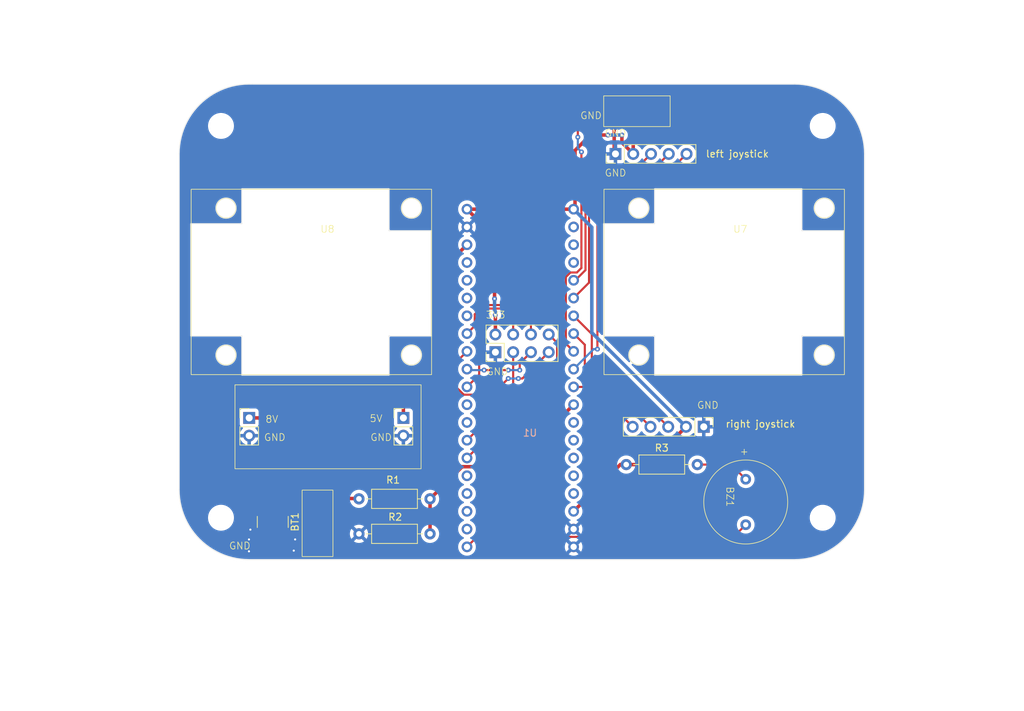
<source format=kicad_pcb>
(kicad_pcb (version 20240108) (generator "pcbnew") (generator_version "8.0")
  (layers (0 "F.Cu" signal) (31 "B.Cu" signal) (34 "B.Paste" user) (35 "F.Paste" user) (36 "B.SilkS" user "B.Silkscreen") (37 "F.SilkS" user "F.Silkscreen") (38 "B.Mask" user) (39 "F.Mask" user) (44 "Edge.Cuts" user))
  (net 0 "")
  (net 1 "GND")
  (net 2 "NSS")
  (net 4 "+3V3")
  (net 5 "Buzzer")
  (net 6 "RF_IRQ")
  (net 10 "SCK")
  (net 11 "RF_CE")
  (net 14 "ADC_5")
  (net 18 "MISO")
  (net 19 "ADC_3")
  (net 21 "ADC_BT")
  (net 22 "ADC_1")
  (net 24 "ADC_2")
  (net 28 "ADC_6")
  (net 31 "ADC_7")
  (net 32 "ADC_4")
  (net 35 "+5V")
  (net 36 "MOSI")
  (net 37 "+8V")
  (net 38 "Net-(BT1-+)")
  (net 40 "Net-(BZ1-+)")
  (footprint "MountingHole:MountingHole_3.2mm_M3" (layer "F.Cu") (at 189 70)
    (property "Reference" "H2" (hide yes))
    (property "Value" "MountingHole")
    (pad "" np_thru_hole circle (at 0 0) (size 3.2 3.2) (drill 3.2) (layers "*.Cu" "*.Mask"))
  )
  (footprint "deng:joystick_mounting" (layer "F.Cu") (at 176 92)
    (property "Reference" "U7" (at 1.22 -7.25 0) (layer "F.SilkS") (effects (font (thickness 0.1))))
    (property "Value" "left joystick mounting")
    (fp_rect (start -18.26 -12.95) (end 16.1 13.55) (stroke (width 0.1)) (fill none) (layer "F.SilkS"))
    (fp_circle (center -13.28 -10.25) (end -12.28 -9.25) (stroke (width 0.1)) (fill none) (layer "F.SilkS"))
    (fp_circle (center -13.28 10.75) (end -12.28 11.75) (stroke (width 0.1)) (fill none) (layer "F.SilkS"))
    (fp_circle (center 13.22 -10.25) (end 14.22 -9.25) (stroke (width 0.1)) (fill none) (layer "F.SilkS"))
    (fp_circle (center 13.22 10.75) (end 12.22 11.75) (stroke (width 0.1)) (fill none) (layer "F.SilkS"))
    (fp_line (start -18.3 -8) (end -18.3 8) (stroke (width 0.05)) (layer "Edge.Cuts"))
    (fp_line (start -18.3 8) (end -11 8) (stroke (width 0.05)) (layer "Edge.Cuts"))
    (fp_line (start -11 -13) (end -11 -8) (stroke (width 0.05)) (layer "Edge.Cuts"))
    (fp_line (start -11 -8) (end -18.3 -8) (stroke (width 0.05)) (layer "Edge.Cuts"))
    (fp_line (start -11 8) (end -11 13.6) (stroke (width 0.05)) (layer "Edge.Cuts"))
    (fp_line (start -11 13.6) (end 10 13.6) (stroke (width 0.05)) (layer "Edge.Cuts"))
    (fp_line (start 10 -13) (end -11 -13) (stroke (width 0.05)) (layer "Edge.Cuts"))
    (fp_line (start 10 -7) (end 10 -13) (stroke (width 0.05)) (layer "Edge.Cuts"))
    (fp_line (start 10 8) (end 16 8) (stroke (width 0.05)) (layer "Edge.Cuts"))
    (fp_line (start 10 13.6) (end 10 8) (stroke (width 0.05)) (layer "Edge.Cuts"))
    (fp_line (start 16 -7) (end 10 -7) (stroke (width 0.05)) (layer "Edge.Cuts"))
    (fp_line (start 16 8) (end 16 -7) (stroke (width 0.05)) (layer "Edge.Cuts"))
    (fp_circle (center -13.28 -10.25) (end -12.28 -9.25) (stroke (width 0.05)) (fill none) (layer "Edge.Cuts"))
    (fp_circle (center -13.28 10.75) (end -12.28 11.75) (stroke (width 0.05)) (fill none) (layer "Edge.Cuts"))
    (fp_circle (center 13.22 -10.25) (end 14.22 -9.25) (stroke (width 0.05)) (fill none) (layer "Edge.Cuts"))
    (fp_circle (center 13.22 10.75) (end 14.22 11.75) (stroke (width 0.05)) (fill none) (layer "Edge.Cuts"))
  )
  (footprint "deng:toggle_switch" (layer "F.Cu") (at 162.6 68)
    (property "Reference" "SW2" (hide yes))
    (property "Value" "toggle switch")
    (fp_rect (start -4.9 -2.3) (end 4.6 2.1) (stroke (width 0.1)) (fill none) (layer "F.SilkS"))
    (pad "1" smd roundrect (at 3.4 0 90) (size 2.286 1.524) (layers "F.Cu" "F.Paste" "F.Mask") (net 4 "+3V3"))
    (pad "2" smd roundrect (at 0 0 270) (size 2.286 1.524) (layers "F.Cu" "F.Paste" "F.Mask") (net 14 "ADC_5"))
    (pad "3" smd roundrect (at -3.4 0 90) (size 2.286 1.524) (layers "F.Cu" "F.Paste" "F.Mask") (net 1 "GND"))
  )
  (footprint "deng:joystick_mounting" (layer "F.Cu") (at 117 92)
    (property "Reference" "U8" (at 1.22 -7.25 0) (layer "F.SilkS") (effects (font (thickness 0.1))))
    (property "Value" "right joystick mounting" (hide yes))
    (fp_rect (start -18.26 -12.95) (end 16.1 13.55) (stroke (width 0.1)) (fill none) (layer "F.SilkS"))
    (fp_circle (center -13.28 -10.25) (end -12.28 -9.25) (stroke (width 0.1)) (fill none) (layer "F.SilkS"))
    (fp_circle (center -13.28 10.75) (end -12.28 11.75) (stroke (width 0.1)) (fill none) (layer "F.SilkS"))
    (fp_circle (center 13.22 -10.25) (end 14.22 -9.25) (stroke (width 0.1)) (fill none) (layer "F.SilkS"))
    (fp_circle (center 13.22 10.75) (end 12.22 11.75) (stroke (width 0.1)) (fill none) (layer "F.SilkS"))
    (fp_line (start -18.3 -8) (end -18.3 8) (stroke (width 0.05)) (layer "Edge.Cuts"))
    (fp_line (start -18.3 8) (end -11 8) (stroke (width 0.05)) (layer "Edge.Cuts"))
    (fp_line (start -11 -13) (end -11 -8) (stroke (width 0.05)) (layer "Edge.Cuts"))
    (fp_line (start -11 -8) (end -18.3 -8) (stroke (width 0.05)) (layer "Edge.Cuts"))
    (fp_line (start -11 8) (end -11 13.6) (stroke (width 0.05)) (layer "Edge.Cuts"))
    (fp_line (start -11 13.6) (end 10 13.6) (stroke (width 0.05)) (layer "Edge.Cuts"))
    (fp_line (start 10 -13) (end -11 -13) (stroke (width 0.05)) (layer "Edge.Cuts"))
    (fp_line (start 10 -7) (end 10 -13) (stroke (width 0.05)) (layer "Edge.Cuts"))
    (fp_line (start 10 8) (end 16 8) (stroke (width 0.05)) (layer "Edge.Cuts"))
    (fp_line (start 10 13.6) (end 10 8) (stroke (width 0.05)) (layer "Edge.Cuts"))
    (fp_line (start 16 -7) (end 10 -7) (stroke (width 0.05)) (layer "Edge.Cuts"))
    (fp_line (start 16 8) (end 16 -7) (stroke (width 0.05)) (layer "Edge.Cuts"))
    (fp_circle (center -13.28 -10.25) (end -12.28 -9.25) (stroke (width 0.05)) (fill none) (layer "Edge.Cuts"))
    (fp_circle (center -13.28 10.75) (end -12.28 11.75) (stroke (width 0.05)) (fill none) (layer "Edge.Cuts"))
    (fp_circle (center 13.22 -10.25) (end 14.22 -9.25) (stroke (width 0.05)) (fill none) (layer "Edge.Cuts"))
    (fp_circle (center 13.22 10.75) (end 14.22 11.75) (stroke (width 0.05)) (fill none) (layer "Edge.Cuts"))
  )
  (footprint "Resistor_THT:R_Axial_DIN0207_L6.3mm_D2.5mm_P10.16mm_Horizontal" (layer "F.Cu") (at 122.72 123.3)
    (property "Reference" "R1" (at 4.88 -2.7 0) (layer "F.SilkS"))
    (property "Value" "20K")
    (fp_line (start 1.04 0) (end 1.81 0) (stroke (width 0.12)) (layer "F.SilkS"))
    (fp_line (start 1.81 -1.37) (end 1.81 1.37) (stroke (width 0.12)) (layer "F.SilkS"))
    (fp_line (start 1.81 1.37) (end 8.35 1.37) (stroke (width 0.12)) (layer "F.SilkS"))
    (fp_line (start 8.35 -1.37) (end 1.81 -1.37) (stroke (width 0.12)) (layer "F.SilkS"))
    (fp_line (start 8.35 1.37) (end 8.35 -1.37) (stroke (width 0.12)) (layer "F.SilkS"))
    (fp_line (start 9.12 0) (end 8.35 0) (stroke (width 0.12)) (layer "F.SilkS"))
    (pad "1" thru_hole circle (at 0 0) (size 1.6 1.6) (drill 0.8) (layers "*.Cu" "*.Mask") (net 37 "+8V"))
    (pad "2" thru_hole oval (at 10.16 0) (size 1.6 1.6) (drill 0.8) (layers "*.Cu" "*.Mask") (net 21 "ADC_BT"))
  )
  (footprint "Resistor_THT:R_Axial_DIN0207_L6.3mm_D2.5mm_P10.16mm_Horizontal" (layer "F.Cu") (at 160.92 118.4)
    (property "Reference" "R3" (at 5.08 -2.37 0) (layer "F.SilkS"))
    (property "Value" "100R")
    (fp_line (start 1.04 0) (end 1.81 0) (stroke (width 0.12)) (layer "F.SilkS"))
    (fp_line (start 1.81 -1.37) (end 1.81 1.37) (stroke (width 0.12)) (layer "F.SilkS"))
    (fp_line (start 1.81 1.37) (end 8.35 1.37) (stroke (width 0.12)) (layer "F.SilkS"))
    (fp_line (start 8.35 -1.37) (end 1.81 -1.37) (stroke (width 0.12)) (layer "F.SilkS"))
    (fp_line (start 8.35 1.37) (end 8.35 -1.37) (stroke (width 0.12)) (layer "F.SilkS"))
    (fp_line (start 9.12 0) (end 8.35 0) (stroke (width 0.12)) (layer "F.SilkS"))
    (pad "1" thru_hole circle (at 0 0) (size 1.6 1.6) (drill 0.8) (layers "*.Cu" "*.Mask") (net 4 "+3V3"))
    (pad "2" thru_hole oval (at 10.16 0) (size 1.6 1.6) (drill 0.8) (layers "*.Cu" "*.Mask") (net 40 "Net-(BZ1-+)"))
  )
  (footprint "Resistor_THT:R_Axial_DIN0207_L6.3mm_D2.5mm_P10.16mm_Horizontal" (layer "F.Cu") (at 122.72 128.3)
    (property "Reference" "R2" (at 5.18 -2.4 0) (layer "F.SilkS"))
    (property "Value" "10K")
    (fp_line (start 1.04 0) (end 1.81 0) (stroke (width 0.12)) (layer "F.SilkS"))
    (fp_line (start 1.81 -1.37) (end 1.81 1.37) (stroke (width 0.12)) (layer "F.SilkS"))
    (fp_line (start 1.81 1.37) (end 8.35 1.37) (stroke (width 0.12)) (layer "F.SilkS"))
    (fp_line (start 8.35 -1.37) (end 1.81 -1.37) (stroke (width 0.12)) (layer "F.SilkS"))
    (fp_line (start 8.35 1.37) (end 8.35 -1.37) (stroke (width 0.12)) (layer "F.SilkS"))
    (fp_line (start 9.12 0) (end 8.35 0) (stroke (width 0.12)) (layer "F.SilkS"))
    (pad "1" thru_hole circle (at 0 0) (size 1.6 1.6) (drill 0.8) (layers "*.Cu" "*.Mask") (net 1 "GND"))
    (pad "2" thru_hole oval (at 10.16 0) (size 1.6 1.6) (drill 0.8) (layers "*.Cu" "*.Mask") (net 21 "ADC_BT"))
  )
  (footprint "MountingHole:MountingHole_3.2mm_M3" (layer "F.Cu") (at 103 126)
    (property "Reference" "H3" (hide yes))
    (property "Value" "MountingHole")
    (pad "" np_thru_hole circle (at 0 0) (size 3.2 3.2) (drill 3.2) (layers "*.Cu" "*.Mask"))
  )
  (footprint "deng:toggle_switch" (layer "F.Cu") (at 116.9 126.65 90)
    (property "Reference" "SW1" (hide yes))
    (property "Value" "SW_SPDT" (hide yes))
    (fp_rect (start -4.9 -2.3) (end 4.6 2.1) (stroke (width 0.1)) (fill none) (layer "F.SilkS"))
    (pad "1" smd roundrect (at 3.4 0 180) (size 2.286 1.524) (layers "F.Cu" "F.Paste" "F.Mask") (net 37 "+8V"))
    (pad "2" smd roundrect (at 0 0) (size 2.286 1.524) (layers "F.Cu" "F.Paste" "F.Mask") (net 38 "Net-(BT1-+)"))
    (pad "3" smd roundrect (at -3.4 0 180) (size 2.286 1.524) (layers "F.Cu" "F.Paste" "F.Mask"))
  )
  (footprint "MountingHole:MountingHole_3.2mm_M3" (layer "F.Cu") (at 189 126)
    (property "Reference" "H4" (hide yes))
    (property "Value" "MountingHole")
    (pad "" np_thru_hole circle (at 0 0) (size 3.2 3.2) (drill 3.2) (layers "*.Cu" "*.Mask"))
  )
  (footprint "Connector_PinHeader_2.54mm:PinHeader_1x05_P2.54mm_Vertical" (layer "F.Cu") (at 172 113 -90)
    (property "Reference" "U4" (hide yes))
    (property "Value" "right joystick" (at -0.4 -8.1 180) (layer "F.SilkS"))
    (fp_line (start -1.33 11.49) (end 1.33 11.49) (stroke (width 0.12)) (layer "F.SilkS"))
    (fp_line (start -1.33 1.27) (end -1.33 11.49) (stroke (width 0.12)) (layer "F.SilkS"))
    (fp_line (start -1.33 1.27) (end 1.33 1.27) (stroke (width 0.12)) (layer "F.SilkS"))
    (fp_line (start 1.33 1.27) (end 1.33 11.49) (stroke (width 0.12)) (layer "F.SilkS"))
    (fp_line (start -1.33 0) (end -1.33 -1.33) (stroke (width 0.12)) (layer "F.SilkS"))
    (fp_line (start -1.33 -1.33) (end 0 -1.33) (stroke (width 0.12)) (layer "F.SilkS"))
    (pad "1" thru_hole rect (at 0 0 270) (size 1.7 1.7) (drill 1) (layers "*.Cu" "*.Mask") (net 1 "GND"))
    (pad "2" thru_hole oval (at 0 2.54 270) (size 1.7 1.7) (drill 1) (layers "*.Cu" "*.Mask") (net 4 "+3V3"))
    (pad "3" thru_hole oval (at 0 5.08 270) (size 1.7 1.7) (drill 1) (layers "*.Cu" "*.Mask") (net 19 "ADC_3"))
    (pad "4" thru_hole oval (at 0 7.62 270) (size 1.7 1.7) (drill 1) (layers "*.Cu" "*.Mask") (net 32 "ADC_4"))
    (pad "5" thru_hole oval (at 0 10.16 270) (size 1.7 1.7) (drill 1) (layers "*.Cu" "*.Mask") (net 31 "ADC_7"))
  )
  (footprint "deng:ams1117_module" (layer "F.Cu") (at 118 113)
    (property "Reference" "U6" (hide yes))
    (property "Value" "ams1117 - 5V" (hide yes))
    (fp_line (start -12.3 -2.6) (end -10.97 -2.6) (stroke (width 0.12)) (layer "F.SilkS"))
    (fp_line (start -12.3 -1.27) (end -12.3 -2.6) (stroke (width 0.12)) (layer "F.SilkS"))
    (fp_line (start -12.3 0) (end -12.3 2.6) (stroke (width 0.12)) (layer "F.SilkS"))
    (fp_line (start -12.3 0) (end -9.64 0) (stroke (width 0.12)) (layer "F.SilkS"))
    (fp_line (start -12.3 2.6) (end -9.64 2.6) (stroke (width 0.12)) (layer "F.SilkS"))
    (fp_line (start -9.64 0) (end -9.64 2.6) (stroke (width 0.12)) (layer "F.SilkS"))
    (fp_line (start 9.74 -2.6) (end 11.07 -2.6) (stroke (width 0.12)) (layer "F.SilkS"))
    (fp_line (start 9.74 -1.27) (end 9.74 -2.6) (stroke (width 0.12)) (layer "F.SilkS"))
    (fp_line (start 9.74 0) (end 9.74 2.6) (stroke (width 0.12)) (layer "F.SilkS"))
    (fp_line (start 9.74 0) (end 12.4 0) (stroke (width 0.12)) (layer "F.SilkS"))
    (fp_line (start 9.74 2.6) (end 12.4 2.6) (stroke (width 0.12)) (layer "F.SilkS"))
    (fp_line (start 12.4 0) (end 12.4 2.6) (stroke (width 0.12)) (layer "F.SilkS"))
    (fp_rect (start -13 -6) (end 13.6 6) (stroke (width 0.1)) (fill none) (layer "F.SilkS"))
    (pad "1" thru_hole rect (at 11.07 -1.27) (size 1.7 1.7) (drill 1) (layers "*.Cu" "*.Mask") (net 35 "+5V"))
    (pad "2" thru_hole oval (at 11.07 1.27) (size 1.7 1.7) (drill 1) (layers "*.Cu" "*.Mask") (net 1 "GND"))
    (pad "3" thru_hole oval (at -10.97 1.27) (size 1.7 1.7) (drill 1) (layers "*.Cu" "*.Mask") (net 1 "GND"))
    (pad "4" thru_hole rect (at -10.97 -1.27) (size 1.7 1.7) (drill 1) (layers "*.Cu" "*.Mask") (net 37 "+8V"))
  )
  (footprint "Resistor_SMD:R_2816_7142Metric_Pad3.20x4.45mm_HandSolder" (layer "F.Cu") (at 110.4 126.6 -90)
    (property "Reference" "BT1" (at 0 -3.18 90) (layer "F.SilkS"))
    (property "Value" "2S Battery" (hide yes))
    (fp_line (start -0.797369 2.21) (end 0.797369 2.21) (stroke (width 0.12)) (layer "F.SilkS"))
    (fp_line (start -0.797369 -2.21) (end 0.797369 -2.21) (stroke (width 0.12)) (layer "F.SilkS"))
    (pad "1" smd roundrect (at -2.6 0 270) (size 3.2 4.45) (layers "F.Cu" "F.Paste" "F.Mask") (roundrect_rratio 0.078125) (net 38 "Net-(BT1-+)"))
    (pad "2" smd roundrect (at 2.6 0 270) (size 3.2 4.45) (layers "F.Cu" "F.Paste" "F.Mask") (roundrect_rratio 0.078125) (net 1 "GND"))
  )
  (footprint "deng:buzzer" (layer "F.Cu") (at 178 123.75 -90)
    (property "Reference" "BZ1" (at -0.75 2.25 -90) (layer "F.SilkS") (effects (font (thickness 0.1))))
    (property "Value" "Buzzer")
    (fp_circle (center 0 0) (end 6 0) (stroke (width 0.1)) (fill none) (layer "F.SilkS"))
    (pad "1" thru_hole circle (at -3.25 0 270) (size 1.524 1.524) (drill 0.762) (layers "*.Cu" "*.Mask") (net 40 "Net-(BZ1-+)"))
    (pad "2" thru_hole circle (at 3.25 0 270) (size 1.524 1.524) (drill 0.762) (layers "*.Cu" "*.Mask") (net 5 "Buzzer"))
  )
  (footprint "Connector_PinHeader_2.54mm:PinHeader_1x05_P2.54mm_Vertical" (layer "F.Cu") (at 159.38 74 90)
    (property "Reference" "U3" (hide yes))
    (property "Value" "left joystick" (at 0 17.42 0) (layer "F.SilkS"))
    (fp_line (start -1.33 -1.33) (end 0 -1.33) (stroke (width 0.12)) (layer "F.SilkS"))
    (fp_line (start -1.33 0) (end -1.33 -1.33) (stroke (width 0.12)) (layer "F.SilkS"))
    (fp_line (start 1.33 1.27) (end 1.33 11.49) (stroke (width 0.12)) (layer "F.SilkS"))
    (fp_line (start -1.33 1.27) (end 1.33 1.27) (stroke (width 0.12)) (layer "F.SilkS"))
    (fp_line (start -1.33 1.27) (end -1.33 11.49) (stroke (width 0.12)) (layer "F.SilkS"))
    (fp_line (start -1.33 11.49) (end 1.33 11.49) (stroke (width 0.12)) (layer "F.SilkS"))
    (pad "1" thru_hole rect (at 0 0 90) (size 1.7 1.7) (drill 1) (layers "*.Cu" "*.Mask") (net 1 "GND"))
    (pad "2" thru_hole oval (at 0 2.54 90) (size 1.7 1.7) (drill 1) (layers "*.Cu" "*.Mask") (net 4 "+3V3"))
    (pad "3" thru_hole oval (at 0 5.08 90) (size 1.7 1.7) (drill 1) (layers "*.Cu" "*.Mask") (net 22 "ADC_1"))
    (pad "4" thru_hole oval (at 0 7.62 90) (size 1.7 1.7) (drill 1) (layers "*.Cu" "*.Mask") (net 24 "ADC_2"))
    (pad "5" thru_hole oval (at 0 10.16 90) (size 1.7 1.7) (drill 1) (layers "*.Cu" "*.Mask") (net 28 "ADC_6"))
  )
  (footprint "MountingHole:MountingHole_3.2mm_M3" (layer "F.Cu") (at 103 70)
    (property "Reference" "H1" (hide yes))
    (property "Value" "MountingHole")
    (pad "" np_thru_hole circle (at 0 0) (size 3.2 3.2) (drill 3.2) (layers "*.Cu" "*.Mask"))
  )
  (footprint "Connector_PinHeader_2.54mm:PinHeader_2x04_P2.54mm_Vertical" (layer "F.Cu") (at 142.22 102.34 90)
    (property "Reference" "U2" (hide yes))
    (property "Value" "nRF24L01+")
    (fp_line (start 3.87 -1.33) (end 3.87 8.95) (stroke (width 0.12)) (layer "F.SilkS"))
    (fp_line (start 1.27 -1.33) (end 3.87 -1.33) (stroke (width 0.12)) (layer "F.SilkS"))
    (fp_line (start -1.33 -1.33) (end 0 -1.33) (stroke (width 0.12)) (layer "F.SilkS"))
    (fp_line (start -1.33 0) (end -1.33 -1.33) (stroke (width 0.12)) (layer "F.SilkS"))
    (fp_line (start 1.27 1.27) (end 1.27 -1.33) (stroke (width 0.12)) (layer "F.SilkS"))
    (fp_line (start -1.33 1.27) (end 1.27 1.27) (stroke (width 0.12)) (layer "F.SilkS"))
    (fp_line (start -1.33 1.27) (end -1.33 8.95) (stroke (width 0.12)) (layer "F.SilkS"))
    (fp_line (start -1.33 8.95) (end 3.87 8.95) (stroke (width 0.12)) (layer "F.SilkS"))
    (pad "1" thru_hole rect (at 0 0 90) (size 1.7 1.7) (drill 1) (layers "*.Cu" "*.Mask") (net 1 "GND"))
    (pad "2" thru_hole oval (at 2.54 0 90) (size 1.7 1.7) (drill 1) (layers "*.Cu" "*.Mask") (net 4 "+3V3"))
    (pad "3" thru_hole oval (at 0 2.54 90) (size 1.7 1.7) (drill 1) (layers "*.Cu" "*.Mask") (net 11 "RF_CE"))
    (pad "4" thru_hole oval (at 2.54 2.54 90) (size 1.7 1.7) (drill 1) (layers "*.Cu" "*.Mask") (net 2 "NSS"))
    (pad "5" thru_hole oval (at 0 5.08 90) (size 1.7 1.7) (drill 1) (layers "*.Cu" "*.Mask") (net 10 "SCK"))
    (pad "6" thru_hole oval (at 2.54 5.08 90) (size 1.7 1.7) (drill 1) (layers "*.Cu" "*.Mask") (net 36 "MOSI"))
    (pad "7" thru_hole oval (at 0 7.62 90) (size 1.7 1.7) (drill 1) (layers "*.Cu" "*.Mask") (net 18 "MISO"))
    (pad "8" thru_hole oval (at 2.54 7.62 90) (size 1.7 1.7) (drill 1) (layers "*.Cu" "*.Mask") (net 6 "RF_IRQ"))
  )
  (footprint "deng:blue_pill" (layer "B.Cu") (at 147.685 109.205)
    (property "Reference" "U1" (at -0.525 4.675 180) (layer "B.SilkS") (effects (justify mirror)))
    (property "Value" "BP")
    (pad "3V3" thru_hole circle (at -9.525 -27.305) (size 1.524 1.524) (drill 0.9) (layers "*.Cu" "*.Mask") (net 4 "+3V3"))
    (pad "3V3" thru_hole circle (at 5.715 15.875) (size 1.524 1.524) (drill 0.9) (layers "*.Cu" "*.Mask") (net 4 "+3V3"))
    (pad "5V" thru_hole circle (at -9.525 -22.225) (size 1.524 1.524) (drill 0.9) (layers "*.Cu" "*.Mask") (net 35 "+5V"))
    (pad "G" thru_hole circle (at -9.525 -24.765) (size 1.524 1.524) (drill 0.9) (layers "*.Cu" "*.Mask") (net 1 "GND"))
    (pad "G" thru_hole circle (at 5.715 18.415) (size 1.524 1.524) (drill 0.9) (layers "*.Cu" "*.Mask") (net 1 "GND"))
    (pad "G" thru_hole circle (at 5.715 20.955) (size 1.524 1.524) (drill 0.9) (layers "*.Cu" "*.Mask") (net 1 "GND"))
    (pad "NRST" thru_hole circle (at 5.715 13.335) (size 1.524 1.524) (drill 0.9) (layers "*.Cu" "*.Mask"))
    (pad "PA0" thru_hole circle (at 5.715 -17.145) (size 1.524 1.524) (drill 0.9) (layers "*.Cu" "*.Mask") (net 22 "ADC_1"))
    (pad "PA1" thru_hole circle (at 5.715 -14.605) (size 1.524 1.524) (drill 0.9) (layers "*.Cu" "*.Mask") (net 24 "ADC_2"))
    (pad "PA2" thru_hole circle (at 5.715 -12.065) (size 1.524 1.524) (drill 0.9) (layers "*.Cu" "*.Mask") (net 19 "ADC_3"))
    (pad "PA3" thru_hole circle (at 5.715 -9.525) (size 1.524 1.524) (drill 0.9) (layers "*.Cu" "*.Mask") (net 32 "ADC_4"))
    (pad "PA4" thru_hole circle (at 5.715 -6.985) (size 1.524 1.524) (drill 0.9) (layers "*.Cu" "*.Mask") (net 14 "ADC_5"))
    (pad "PA5" thru_hole circle (at 5.715 -4.445) (size 1.524 1.524) (drill 0.9) (layers "*.Cu" "*.Mask") (net 28 "ADC_6"))
    (pad "PA6" thru_hole circle (at 5.715 -1.905) (size 1.524 1.524) (drill 0.9) (layers "*.Cu" "*.Mask") (net 31 "ADC_7"))
    (pad "PA7" thru_hole circle (at 5.715 0.635) (size 1.524 1.524) (drill 0.9) (layers "*.Cu" "*.Mask") (net 21 "ADC_BT"))
    (pad "PA8" thru_hole circle (at -9.525 10.795) (size 1.524 1.524) (drill 0.9) (layers "*.Cu" "*.Mask"))
    (pad "PA9" thru_hole circle (at -9.525 8.255) (size 1.524 1.524) (drill 0.9) (layers "*.Cu" "*.Mask") (net 6 "RF_IRQ"))
    (pad "PA10" thru_hole circle (at -9.525 5.715) (size 1.524 1.524) (drill 0.9) (layers "*.Cu" "*.Mask") (net 11 "RF_CE"))
    (pad "PA11" thru_hole circle (at -9.525 3.175) (size 1.524 1.524) (drill 0.9) (layers "*.Cu" "*.Mask"))
    (pad "PA12" thru_hole circle (at -9.525 0.635) (size 1.524 1.524) (drill 0.9) (layers "*.Cu" "*.Mask"))
    (pad "PA15" thru_hole circle (at -9.525 -1.905) (size 1.524 1.524) (drill 0.9) (layers "*.Cu" "*.Mask") (net 2 "NSS"))
    (pad "PB0" thru_hole circle (at 5.715 3.175) (size 1.524 1.524) (drill 0.9) (layers "*.Cu" "*.Mask"))
    (pad "PB1" thru_hole circle (at 5.715 5.715) (size 1.524 1.524) (drill 0.9) (layers "*.Cu" "*.Mask"))
    (pad "PB3" thru_hole circle (at -9.525 -4.445) (size 1.524 1.524) (drill 0.9) (layers "*.Cu" "*.Mask") (net 10 "SCK"))
    (pad "PB4" thru_hole circle (at -9.525 -6.985) (size 1.524 1.524) (drill 0.9) (layers "*.Cu" "*.Mask") (net 18 "MISO"))
    (pad "PB5" thru_hole circle (at -9.525 -9.525) (size 1.524 1.524) (drill 0.9) (layers "*.Cu" "*.Mask") (net 36 "MOSI"))
    (pad "PB6" thru_hole circle (at -9.525 -12.065) (size 1.524 1.524) (drill 0.9) (layers "*.Cu" "*.Mask"))
    (pad "PB7" thru_hole circle (at -9.525 -14.605) (size 1.524 1.524) (drill 0.9) (layers "*.Cu" "*.Mask"))
    (pad "PB8" thru_hole circle (at -9.525 -17.145) (size 1.524 1.524) (drill 0.9) (layers "*.Cu" "*.Mask"))
    (pad "PB9" thru_hole circle (at -9.525 -19.685) (size 1.524 1.524) (drill 0.9) (layers "*.Cu" "*.Mask"))
    (pad "PB10" thru_hole circle (at 5.715 8.255) (size 1.524 1.524) (drill 0.9) (layers "*.Cu" "*.Mask"))
    (pad "PB11" thru_hole circle (at 5.715 10.795) (size 1.524 1.524) (drill 0.9) (layers "*.Cu" "*.Mask"))
    (pad "PB12" thru_hole circle (at -9.525 20.955) (size 1.524 1.524) (drill 0.9) (layers "*.Cu" "*.Mask") (net 5 "Buzzer"))
    (pad "PB13" thru_hole circle (at -9.525 18.415) (size 1.524 1.524) (drill 0.9) (layers "*.Cu" "*.Mask"))
    (pad "PB14" thru_hole circle (at -9.525 15.875) (size 1.524 1.524) (drill 0.9) (layers "*.Cu" "*.Mask"))
    (pad "PB15" thru_hole circle (at -9.525 13.335) (size 1.524 1.524) (drill 0.9) (layers "*.Cu" "*.Mask"))
    (pad "PC13" thru_hole circle (at 5.715 -24.765) (size 1.524 1.524) (drill 0.9) (layers "*.Cu" "*.Mask"))
    (pad "PC14" thru_hole circle (at 5.715 -22.225) (size 1.524 1.524) (drill 0.9) (layers "*.Cu" "*.Mask"))
    (pad "PC15" thru_hole circle (at 5.715 -19.685) (size 1.524 1.524) (drill 0.9) (layers "*.Cu" "*.Mask"))
    (pad "VBAT" thru_hole circle (at 5.715 -27.305) (size 1.524 1.524) (drill 0.9) (layers "*.Cu" "*.Mask") (net 4 "+3V3"))
  )
  (gr_line (start 185 64) (end 107.5 64) (stroke (width 0.05)) (layer "Edge.Cuts"))
  (gr_line (start 97 74) (end 97 122) (stroke (width 0.05)) (layer "Edge.Cuts"))
  (gr_line (start 107 132) (end 185 132) (stroke (width 0.05)) (layer "Edge.Cuts"))
  (gr_arc (start 185 64) (mid 192.071068 66.928932) (end 195 74) (stroke (width 0.05)) (layer "Edge.Cuts"))
  (gr_arc (start 97 74) (mid 99.928932 66.928932) (end 107 64) (stroke (width 0.05)) (layer "Edge.Cuts"))
  (gr_line (start 107.5 64) (end 107 64) (stroke (width 0.05)) (layer "Edge.Cuts"))
  (gr_line (start 195 122) (end 195 74) (stroke (width 0.05)) (layer "Edge.Cuts"))
  (gr_arc (start 195 122) (mid 192.071068 129.071068) (end 185 132) (stroke (width 0.05)) (layer "Edge.Cuts"))
  (gr_arc (start 107 132) (mid 99.928932 129.071068) (end 97 122) (stroke (width 0.05)) (layer "Edge.Cuts"))
  (gr_text "5V" (at 124.2 112.4 0) (layer "F.SilkS") (effects (font (size 1 1) (thickness 0.1)) (justify left bottom)))
  (gr_text "3V3" (at 140.8 97.6 0) (layer "F.SilkS") (effects (font (size 1 1) (thickness 0.1)) (justify left bottom)))
  (gr_text "GND" (at 171 110.5 0) (layer "F.SilkS") (effects (font (size 1 1) (thickness 0.1)) (justify left bottom)))
  (gr_text "8V" (at 109.3 112.5 0) (layer "F.SilkS") (effects (font (size 1 1) (thickness 0.1)) (justify left bottom)))
  (gr_text "GND" (at 157.8 77.3 0) (layer "F.SilkS") (effects (font (size 1 1) (thickness 0.1)) (justify left bottom)))
  (gr_text "GND" (at 140.9 105.7 0) (layer "F.SilkS") (effects (font (size 1 1) (thickness 0.1)) (justify left bottom)))
  (gr_text "+" (at 177.1 117.1 0) (layer "F.SilkS") (effects (font (size 1 1) (thickness 0.1)) (justify left bottom)))
  (gr_text "GND" (at 157.8 71.6 0) (layer "F.SilkS") (effects (font (size 1 1) (thickness 0.1)) (justify left bottom)))
  (gr_text "GND" (at 109.1 115.1 0) (layer "F.SilkS") (effects (font (size 1 1) (thickness 0.1)) (justify left bottom)))
  (gr_text "GND" (at 154.3 69.1 0) (layer "F.SilkS") (effects (font (size 1 1) (thickness 0.1)) (justify left bottom)))
  (gr_text "GND" (at 104.1 130.6 0) (layer "F.SilkS") (effects (font (size 1 1) (thickness 0.1)) (justify left bottom)))
  (gr_text "GND" (at 124.3 115.1 0) (layer "F.SilkS") (effects (font (size 1 1) (thickness 0.1)) (justify left bottom)))
  (segment (start 110.4 129.2) (end 111.9 129.2) (width 0.5) (layer "F.Cu") (net 1))
  (segment (start 113.5 129.2) (end 113.6 129.1) (width 0.5) (layer "F.Cu") (net 1))
  (segment (start 108.7 129.2) (end 107.2 127.7) (width 0.5) (layer "F.Cu") (net 1))
  (segment (start 110.4 129.2) (end 108.7 129.2) (width 0.5) (layer "F.Cu") (net 1))
  (segment (start 108.6 129.2) (end 107 130.8) (width 0.5) (layer "F.Cu") (net 1))
  (segment (start 110.4 129.2) (end 108.6 129.2) (width 0.5) (layer "F.Cu") (net 1))
  (segment (start 107.1 129.2) (end 107 129.1) (width 0.5) (layer "F.Cu") (net 1))
  (segment (start 159.2 68) (end 159.2 73.82) (width 0.5) (layer "F.Cu") (net 1))
  (segment (start 159.2 73.82) (end 159.38 74) (width 0.5) (layer "F.Cu") (net 1))
  (segment (start 110.4 129.2) (end 113.5 129.2) (width 0.5) (layer "F.Cu") (net 1))
  (segment (start 110.4 129.2) (end 107.1 129.2) (width 0.5) (layer "F.Cu") (net 1))
  (segment (start 111.9 129.2) (end 113.4 130.7) (width 0.5) (layer "F.Cu") (net 1))
  (via (at 107 130.8) (size 0.7) (drill 0.3) (layers "F.Cu" "B.Cu") (net 1))
  (via (at 107.2 127.7) (size 0.7) (drill 0.3) (layers "F.Cu" "B.Cu") (net 1))
  (via (at 113.6 129.1) (size 0.7) (drill 0.3) (layers "F.Cu" "B.Cu") (net 1))
  (via (at 113.4 130.7) (size 0.7) (drill 0.3) (layers "F.Cu" "B.Cu") (net 1))
  (via (at 107 129.1) (size 0.7) (drill 0.3) (layers "F.Cu" "B.Cu") (net 1))
  (segment (start 144.76 97.16) (end 143.7 96.1) (width 0.3) (layer "F.Cu") (net 2))
  (segment (start 143.7 96.1) (end 140.9 96.1) (width 0.3) (layer "F.Cu") (net 2))
  (segment (start 139.9 105.56) (end 138.16 107.3) (width 0.3) (layer "F.Cu") (net 2))
  (segment (start 140.9 96.1) (end 139.9 97.1) (width 0.3) (layer "F.Cu") (net 2))
  (segment (start 139.9 97.1) (end 139.9 105.56) (width 0.3) (layer "F.Cu") (net 2))
  (segment (start 144.76 99.8) (end 144.76 97.16) (width 0.3) (layer "F.Cu") (net 2))
  (segment (start 155.8 71.3) (end 158.3 71.3) (width 0.5) (layer "F.Cu") (net 4))
  (segment (start 160.3 71.3) (end 160.3 72.38) (width 0.5) (layer "F.Cu") (net 4))
  (segment (start 164.06 118.4) (end 169.46 113) (width 0.5) (layer "F.Cu") (net 4))
  (segment (start 142.1 85.84) (end 138.16 81.9) (width 0.5) (layer "F.Cu") (net 4))
  (segment (start 160.3 72.38) (end 161.92 74) (width 0.5) (layer "F.Cu") (net 4))
  (segment (start 138.16 81.9) (end 153.4 81.9) (width 0.5) (layer "F.Cu") (net 4))
  (segment (start 155.6 71.5) (end 155.8 71.3) (width 0.5) (layer "F.Cu") (net 4))
  (segment (start 160.92 118.4) (end 164.06 118.4) (width 0.5) (layer "F.Cu") (net 4))
  (segment (start 160.08 118.4) (end 160.92 118.4) (width 0.5) (layer "F.Cu") (net 4))
  (segment (start 142.22 99.8) (end 142.22 97.02) (width 0.5) (layer "F.Cu") (net 4))
  (segment (start 153.4 81.9) (end 153.6 81.7) (width 0.5) (layer "F.Cu") (net 4))
  (segment (start 153.4 125.08) (end 160.08 118.4) (width 0.5) (layer "F.Cu") (net 4))
  (segment (start 161.92 72.08) (end 166 68) (width 0.5) (layer "F.Cu") (net 4))
  (segment (start 161.92 74) (end 161.92 72.08) (width 0.5) (layer "F.Cu") (net 4))
  (segment (start 142.1 94.7) (end 142.1 85.84) (width 0.5) (layer "F.Cu") (net 4))
  (segment (start 142.22 97.02) (end 142.2 97) (width 0.5) (layer "F.Cu") (net 4))
  (segment (start 153.6 73.5) (end 155.6 71.5) (width 0.5) (layer "F.Cu") (net 4))
  (segment (start 153.6 81.7) (end 153.6 73.5) (width 0.5) (layer "F.Cu") (net 4))
  (via (at 142.1 94.7) (size 0.7) (drill 0.3) (layers "F.Cu" "B.Cu") (net 4))
  (via (at 158.3 71.3) (size 0.7) (drill 0.3) (layers "F.Cu" "B.Cu") (net 4))
  (via (at 142.2 97) (size 0.7) (drill 0.3) (layers "F.Cu" "B.Cu") (net 4))
  (via (at 160.3 71.3) (size 0.7) (drill 0.3) (layers "F.Cu" "B.Cu") (net 4))
  (segment (start 156 99.54) (end 169.46 113) (width 0.5) (layer "B.Cu") (net 4))
  (segment (start 142.2 97) (end 142.2 96.5) (width 0.5) (layer "B.Cu") (net 4))
  (segment (start 142.1 96.4) (end 142.1 94.7) (width 0.5) (layer "B.Cu") (net 4))
  (segment (start 156 84.5) (end 156 99.54) (width 0.5) (layer "B.Cu") (net 4))
  (segment (start 153.4 81.9) (end 156 84.5) (width 0.5) (layer "B.Cu") (net 4))
  (segment (start 158.3 71.3) (end 160.3 71.3) (width 0.5) (layer "B.Cu") (net 4))
  (segment (start 142.2 96.5) (end 142.1 96.4) (width 0.5) (layer "B.Cu") (net 4))
  (segment (start 139.588 128.732) (end 176.268 128.732) (width 0.3) (layer "F.Cu") (net 5))
  (segment (start 138.16 130.16) (end 139.588 128.732) (width 0.3) (layer "F.Cu") (net 5))
  (segment (start 176.268 128.732) (end 178 127) (width 0.3) (layer "F.Cu") (net 5))
  (segment (start 151.04 101) (end 151.04 104.58) (width 0.3) (layer "F.Cu") (net 6))
  (segment (start 149.84 99.8) (end 151.04 101) (width 0.3) (layer "F.Cu") (net 6))
  (segment (start 151.04 104.58) (end 138.16 117.46) (width 0.3) (layer "F.Cu") (net 6))
  (segment (start 145.7 103.94) (end 145.7 104.9) (width 0.3) (layer "F.Cu") (net 10))
  (segment (start 144.06 104.9) (end 140.6 104.9) (width 0.3) (layer "F.Cu") (net 10))
  (segment (start 147.3 102.34) (end 145.7 103.94) (width 0.3) (layer "F.Cu") (net 10))
  (via (at 144.06 104.9) (size 0.7) (drill 0.3) (layers "F.Cu" "B.Cu") (net 10))
  (via (at 140.6 104.9) (size 0.7) (drill 0.3) (layers "F.Cu" "B.Cu") (net 10))
  (via (at 145.7 104.9) (size 0.7) (drill 0.3) (layers "F.Cu" "B.Cu") (net 10))
  (segment (start 138.3 104.9) (end 138.16 104.76) (width 0.3) (layer "B.Cu") (net 10))
  (segment (start 145.7 104.9) (end 144.06 104.9) (width 0.3) (layer "B.Cu") (net 10))
  (segment (start 140.6 104.9) (end 138.3 104.9) (width 0.3) (layer "B.Cu") (net 10))
  (segment (start 144.76 108.32) (end 138.16 114.92) (width 0.3) (layer "F.Cu") (net 11))
  (segment (start 144.76 102.34) (end 144.76 108.32) (width 0.3) (layer "F.Cu") (net 11))
  (segment (start 152.288 101.108) (end 153.4 102.22) (width 0.3) (layer "F.Cu") (net 14))
  (segment (start 156.8 65.4) (end 154.9 67.3) (width 0.3) (layer "F.Cu") (net 14))
  (segment (start 154.512 73.719372) (end 154.512 90.296606) (width 0.3) (layer "F.Cu") (net 14))
  (segment (start 154 68.6) (end 154 71.6) (width 0.3) (layer "F.Cu") (net 14))
  (segment (start 154.512 90.296606) (end 153.860606 90.948) (width 0.3) (layer "F.Cu") (net 14))
  (segment (start 162.6 68) (end 160 65.4) (width 0.3) (layer "F.Cu") (net 14))
  (segment (start 152.288 91.599394) (end 152.288 101.108) (width 0.3) (layer "F.Cu") (net 14))
  (segment (start 154.9 67.3) (end 154 68.2) (width 0.3) (layer "F.Cu") (net 14))
  (segment (start 157.4 65.4) (end 156.8 65.4) (width 0.3) (layer "F.Cu") (net 14))
  (segment (start 153.860606 90.948) (end 152.939394 90.948) (width 0.3) (layer "F.Cu") (net 14))
  (segment (start 152.939394 90.948) (end 152.288 91.599394) (width 0.3) (layer "F.Cu") (net 14))
  (segment (start 154 68.2) (end 154 68.6) (width 0.3) (layer "F.Cu") (net 14))
  (segment (start 160 65.4) (end 157.4 65.4) (width 0.3) (layer "F.Cu") (net 14))
  (segment (start 154.515686 73.715686) (end 154.512 73.719372) (width 0.3) (layer "F.Cu") (net 14))
  (via (at 154.515686 73.715686) (size 0.7) (drill 0.3) (layers "F.Cu" "B.Cu") (net 14))
  (via (at 154 71.6) (size 0.7) (drill 0.3) (layers "F.Cu" "B.Cu") (net 14))
  (segment (start 154 71.6) (end 154 73.2) (width 0.3) (layer "B.Cu") (net 14))
  (segment (start 154 73.2) (end 154.515686 73.715686) (width 0.3) (layer "B.Cu") (net 14))
  (segment (start 137.699394 108.412) (end 135.9 106.612606) (width 0.3) (layer "F.Cu") (net 18))
  (segment (start 149.84 102.34) (end 146.08 106.1) (width 0.3) (layer "F.Cu") (net 18))
  (segment (start 141.748 108.412) (end 137.699394 108.412) (width 0.3) (layer "F.Cu") (net 18))
  (segment (start 135.9 104.48) (end 138.16 102.22) (width 0.3) (layer "F.Cu") (net 18))
  (segment (start 144.06 106.1) (end 141.748 108.412) (width 0.3) (layer "F.Cu") (net 18))
  (segment (start 135.9 106.612606) (end 135.9 104.48) (width 0.3) (layer "F.Cu") (net 18))
  (segment (start 146.08 106.1) (end 145.5 106.1) (width 0.3) (layer "F.Cu") (net 18))
  (via (at 144.06 106.1) (size 0.7) (drill 0.3) (layers "F.Cu" "B.Cu") (net 18))
  (via (at 145.5 106.1) (size 0.7) (drill 0.3) (layers "F.Cu" "B.Cu") (net 18))
  (segment (start 145.5 106.1) (end 144.06 106.1) (width 0.3) (layer "B.Cu") (net 18))
  (segment (start 156 104.4) (end 156 99.74) (width 0.3) (layer "F.Cu") (net 19))
  (segment (start 166.92 113) (end 159.02 105.1) (width 0.3) (layer "F.Cu") (net 19))
  (segment (start 156.7 105.1) (end 156 104.4) (width 0.3) (layer "F.Cu") (net 19))
  (segment (start 156 99.74) (end 153.4 97.14) (width 0.3) (layer "F.Cu") (net 19))
  (segment (start 159.02 105.1) (end 156.7 105.1) (width 0.3) (layer "F.Cu") (net 19))
  (segment (start 137.48 118.7) (end 144.54 118.7) (width 0.5) (layer "F.Cu") (net 21))
  (segment (start 132.88 123.3) (end 132.88 128.3) (width 0.5) (layer "F.Cu") (net 21))
  (segment (start 132.88 123.3) (end 137.48 118.7) (width 0.5) (layer "F.Cu") (net 21))
  (segment (start 144.54 118.7) (end 153.4 109.84) (width 0.5) (layer "F.Cu") (net 21))
  (segment (start 155.1 77.7) (end 155.1 90.6) (width 0.3) (layer "F.Cu") (net 22))
  (segment (start 162.66 75.8) (end 157 75.8) (width 0.3) (layer "F.Cu") (net 22))
  (segment (start 157 75.8) (end 155.1 77.7) (width 0.3) (layer "F.Cu") (net 22))
  (segment (start 164.46 74) (end 162.66 75.8) (width 0.3) (layer "F.Cu") (net 22))
  (segment (start 153.64 92.06) (end 153.4 92.06) (width 0.3) (layer "F.Cu") (net 22))
  (segment (start 155.1 90.6) (end 153.64 92.06) (width 0.3) (layer "F.Cu") (net 22))
  (segment (start 167 74) (end 164.6 76.4) (width 0.3) (layer "F.Cu") (net 24))
  (segment (start 155.6 92.4) (end 153.4 94.6) (width 0.3) (layer "F.Cu") (net 24))
  (segment (start 155.6 78.3) (end 155.6 92.4) (width 0.3) (layer "F.Cu") (net 24))
  (segment (start 164.6 76.4) (end 157.5 76.4) (width 0.3) (layer "F.Cu") (net 24))
  (segment (start 157.5 76.4) (end 155.6 78.3) (width 0.3) (layer "F.Cu") (net 24))
  (segment (start 169.54 74) (end 166.54 77) (width 0.3) (layer "F.Cu") (net 28))
  (segment (start 156.8 78.2) (end 156.8 101.9) (width 0.3) (layer "F.Cu") (net 28))
  (segment (start 158 77) (end 156.8 78.2) (width 0.3) (layer "F.Cu") (net 28))
  (segment (start 166.54 77) (end 158 77) (width 0.3) (layer "F.Cu") (net 28))
  (via (at 156.8 101.9) (size 0.7) (drill 0.3) (layers "F.Cu" "B.Cu") (net 28))
  (segment (start 156.8 101.9) (end 156.26 101.9) (width 0.3) (layer "B.Cu") (net 28))
  (segment (start 156.26 101.9) (end 153.4 104.76) (width 0.3) (layer "B.Cu") (net 28))
  (segment (start 153.4 107.3) (end 156.14 107.3) (width 0.3) (layer "F.Cu") (net 31))
  (segment (start 156.14 107.3) (end 161.84 113) (width 0.3) (layer "F.Cu") (net 31))
  (segment (start 157.78 106.4) (end 156.4 106.4) (width 0.3) (layer "F.Cu") (net 32))
  (segment (start 155 105) (end 155 101.28) (width 0.3) (layer "F.Cu") (net 32))
  (segment (start 156.4 106.4) (end 155 105) (width 0.3) (layer "F.Cu") (net 32))
  (segment (start 164.38 113) (end 157.78 106.4) (width 0.3) (layer "F.Cu") (net 32))
  (segment (start 155 101.28) (end 153.4 99.68) (width 0.3) (layer "F.Cu") (net 32))
  (segment (start 134.3 104.3) (end 134.3 90.84) (width 0.5) (layer "F.Cu") (net 35))
  (segment (start 129.07 109.53) (end 134.3 104.3) (width 0.5) (layer "F.Cu") (net 35))
  (segment (start 134.3 90.84) (end 138.16 86.98) (width 0.5) (layer "F.Cu") (net 35))
  (segment (start 129.27 111.73) (end 129.07 111.73) (width 0.5) (layer "F.Cu") (net 35))
  (segment (start 129.07 111.73) (end 129.07 112.07) (width 0.5) (layer "F.Cu") (net 35))
  (segment (start 129.07 111.73) (end 129.07 109.53) (width 0.5) (layer "F.Cu") (net 35))
  (segment (start 139.272 96.928) (end 139.272 98.568) (width 0.3) (layer "F.Cu") (net 36))
  (segment (start 140.6 95.6) (end 139.272 96.928) (width 0.3) (layer "F.Cu") (net 36))
  (segment (start 145.6 95.6) (end 140.6 95.6) (width 0.3) (layer "F.Cu") (net 36))
  (segment (start 147.3 99.8) (end 147.3 97.3) (width 0.3) (layer "F.Cu") (net 36))
  (segment (start 147.3 97.3) (end 145.6 95.6) (width 0.3) (layer "F.Cu") (net 36))
  (segment (start 139.272 98.568) (end 138.16 99.68) (width 0.3) (layer "F.Cu") (net 36))
  (segment (start 122.67 123.25) (end 122.72 123.3) (width 0.5) (layer "F.Cu") (net 37))
  (segment (start 107.03 111.73) (end 108.43 111.73) (width 0.5) (layer "F.Cu") (net 37))
  (segment (start 111.3 117.65) (end 111.3 114.6) (width 0.5) (layer "F.Cu") (net 37))
  (segment (start 116.9 123.25) (end 111.3 117.65) (width 0.5) (layer "F.Cu") (net 37))
  (segment (start 108.43 111.73) (end 111.3 114.6) (width 0.5) (layer "F.Cu") (net 37))
  (segment (start 116.9 123.25) (end 122.67 123.25) (width 0.5) (layer "F.Cu") (net 37))
  (segment (start 114.25 124) (end 116.9 126.65) (width 0.5) (layer "F.Cu") (net 38))
  (segment (start 110.4 124) (end 114.25 124) (width 0.5) (layer "F.Cu") (net 38))
  (segment (start 175.9 118.4) (end 178 120.5) (width 0.3) (layer "F.Cu") (net 40))
  (segment (start 171.08 118.4) (end 175.9 118.4) (width 0.3) (layer "F.Cu") (net 40))
  (zone (net 1) (net_name "GND") (layer "B.Cu") (connect_pads (clearance 0.5)) (min_thickness 0.25) (fill yes (thermal_gap 0.5) (thermal_bridge_width 0.5))
    (polygon (pts (xy 91 63) (xy 92 145) (xy 202.5 145) (xy 201.5 63)))
  )
)
</source>
